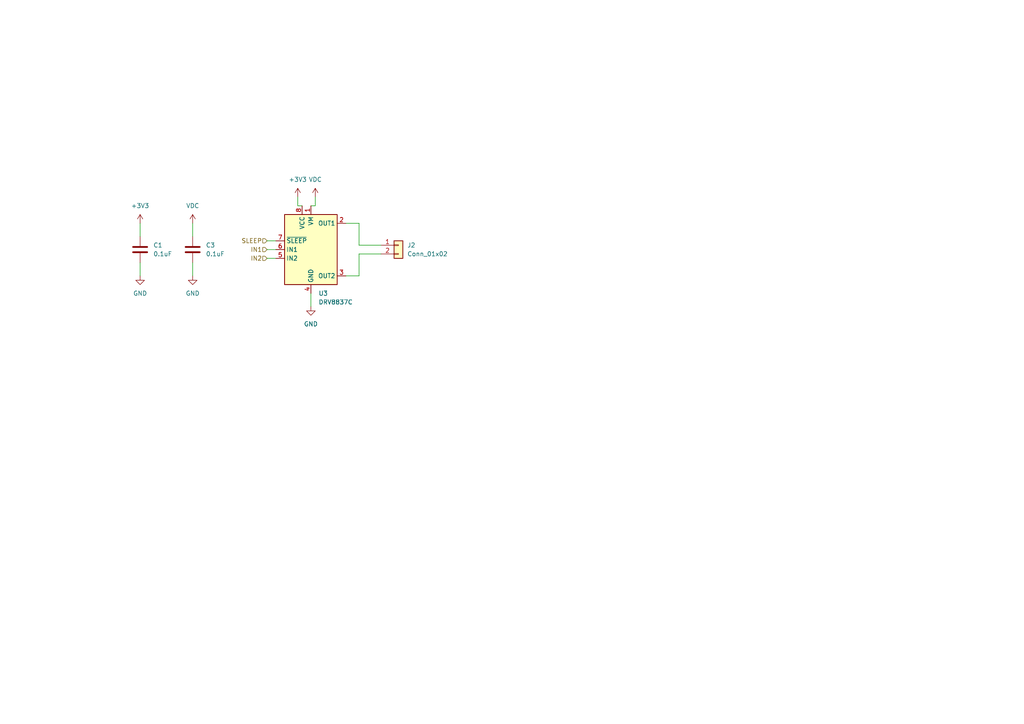
<source format=kicad_sch>
(kicad_sch (version 20230121) (generator eeschema)
  (paper "A4")
  (lib_symbols
    (symbol "Connector_Generic:Conn_01x02" (pin_names (offset 1.016) hide)
      (property "Reference" "J" (at 0 2.54 0))
      (property "Value" "Conn_01x02" (at 0 -5.08 0))
      (symbol "Conn_01x02_1_1"
        (rectangle (start -1.27 -2.413) (end 0 -2.667) (stroke (width 0.1524)))
        (rectangle (start -1.27 0.127) (end 0 -0.127) (stroke (width 0.1524)))
        (rectangle (start -1.27 1.27) (end 1.27 -3.81) (stroke (width 0.254)) (fill (type background)))
        (pin passive line (at -5.08 0 0) (length 3.81) (name "Pin_1") (number "1"))
        (pin passive line (at -5.08 -2.54 0) (length 3.81) (name "Pin_2") (number "2"))
      )
    )
    (symbol "Device:C" (pin_numbers hide) (pin_names (offset 0.254))
      (property "Reference" "C" (at 0.635 2.54 0))
      (property "Value" "C" (at 0.635 -2.54 0))
      (symbol "C_0_1"
        (polyline (pts (xy -2.032 -0.762) (xy 2.032 -0.762)) (stroke (width 0.508)))
        (polyline (pts (xy -2.032 0.762) (xy 2.032 0.762)) (stroke (width 0.508)))
      )
      (symbol "C_1_1"
        (pin passive line (at 0 3.81 270) (length 2.794) (name "~") (number "1"))
        (pin passive line (at 0 -3.81 90) (length 2.794) (name "~") (number "2"))
      )
    )
    (symbol "Driver_Motor:DRV8837C"
      (property "Reference" "U" (at 6.35 11.43 0))
      (property "Value" "DRV8837C" (at -10.16 11.43 0))
      (symbol "DRV8837C_0_1"
        (rectangle (start -7.62 10.16) (end 7.62 -10.16) (stroke (width 0.254)) (fill (type background)))
      )
      (symbol "DRV8837C_1_1"
        (pin power_in line (at 0 12.7 270) (length 2.54) (name "VM") (number "1"))
        (pin output line (at 10.16 7.62 180) (length 2.54) (name "OUT1") (number "2"))
        (pin output line (at 10.16 -7.62 180) (length 2.54) (name "OUT2") (number "3"))
        (pin power_in line (at 0 -12.7 90) (length 2.54) (name "GND") (number "4"))
        (pin input line (at -10.16 -2.54 0) (length 2.54) (name "IN2") (number "5"))
        (pin input line (at -10.16 0 0) (length 2.54) (name "IN1") (number "6"))
        (pin input line (at -10.16 2.54 0) (length 2.54) (name "~{SLEEP}") (number "7"))
        (pin power_in line (at -2.54 12.7 270) (length 2.54) (name "VCC") (number "8"))
        (pin passive line (at 0 -12.7 90) (length 2.54) hide (name "GND") (number "9"))
      )
    )
    (symbol "power:+3V3" (power) (pin_names (offset 0))
      (property "Value" "+3V3" (at 0 3.556 0))
      (symbol "+3V3_0_1"
        (polyline (pts (xy -0.762 1.27) (xy 0 2.54)))
        (polyline (pts (xy 0 0) (xy 0 2.54)))
        (polyline (pts (xy 0 2.54) (xy 0.762 1.27)))
      )
      (symbol "+3V3_1_1"
        (pin power_in line (at 0 0 90) (length 0) hide (name "+3V3") (number "1"))
      )
    )
    (symbol "power:GND" (power) (pin_names (offset 0))
      (property "Value" "GND" (at 0 -3.81 0))
      (symbol "GND_0_1"
        (polyline (pts (xy 0 0) (xy 0 -1.27) (xy 1.27 -1.27) (xy 0 -2.54) (xy -1.27 -1.27) (xy 0 -1.27)))
      )
      (symbol "GND_1_1"
        (pin power_in line (at 0 0 270) (length 0) hide (name "GND") (number "1"))
      )
    )
    (symbol "power:VDC" (power) (pin_names (offset 0))
      (property "Value" "VDC" (at 0 6.35 0))
      (symbol "VDC_0_1"
        (polyline (pts (xy -0.762 1.27) (xy 0 2.54)))
        (polyline (pts (xy 0 0) (xy 0 2.54)))
        (polyline (pts (xy 0 2.54) (xy 0.762 1.27)))
      )
      (symbol "VDC_1_1"
        (pin power_in line (at 0 0 90) (length 0) hide (name "VDC") (number "1"))
      )
    )
  )
  (wire (pts (xy 90.17 59.69) (xy 91.44 59.69)))
  (wire (pts (xy 55.88 76.2) (xy 55.88 80.01)))
  (wire (pts (xy 91.44 59.69) (xy 91.44 57.15)))
  (wire (pts (xy 110.49 73.66) (xy 104.14 73.66)))
  (wire (pts (xy 77.47 74.93) (xy 80.01 74.93)))
  (wire (pts (xy 77.47 72.39) (xy 80.01 72.39)))
  (wire (pts (xy 104.14 80.01) (xy 100.33 80.01)))
  (wire (pts (xy 77.47 69.85) (xy 80.01 69.85)))
  (wire (pts (xy 100.33 64.77) (xy 104.14 64.77)))
  (wire (pts (xy 104.14 73.66) (xy 104.14 80.01)))
  (wire (pts (xy 86.36 57.15) (xy 86.36 59.69)))
  (wire (pts (xy 40.64 64.77) (xy 40.64 68.58)))
  (wire (pts (xy 104.14 71.12) (xy 110.49 71.12)))
  (wire (pts (xy 55.88 64.77) (xy 55.88 68.58)))
  (wire (pts (xy 90.17 85.09) (xy 90.17 88.9)))
  (wire (pts (xy 40.64 76.2) (xy 40.64 80.01)))
  (wire (pts (xy 86.36 59.69) (xy 87.63 59.69)))
  (wire (pts (xy 104.14 64.77) (xy 104.14 71.12)))
  (hierarchical_label "IN2" (shape input) (at 77.47 74.93 180))
  (hierarchical_label "IN1" (shape input) (at 77.47 72.39 180))
  (hierarchical_label "SLEEP" (shape input) (at 77.47 69.85 180))
  (symbol (lib_id "Device:C") (at 40.64 72.39 0) (unit 1)
    (property "Reference" "C1" (at 44.45 71.12 0) (effects (justify left)))
    (property "Value" "0.1uF" (at 44.45 73.66 0) (effects (justify left)))
    (property "Footprint" "Capacitor_SMD:C_0402_1005Metric" (effects hide))
    (instances (project "MiniBot" (path "" (reference "C1") (unit 1)) (path "" (reference "C2") (unit 1))))
  )
  (symbol (lib_id "Driver_Motor:DRV8837C") (at 90.17 72.39 0) (unit 1)
    (property "Reference" "U3" (at 92.3641 85.09 0) (effects (justify left)))
    (property "Value" "DRV8837C" (at 92.3641 87.63 0) (effects (justify left)))
    (property "Footprint" "Package_SON:WSON-8-1EP_2x2mm_P0.5mm_EP0.9x1.6mm" (effects hide))
    (property "Datasheet" "http://www.ti.com/lit/ds/symlink/drv8837c.pdf" (effects hide))
    (instances (project "MiniBot" (path "" (reference "U3") (unit 1)) (path "" (reference "U4") (unit 1))))
  )
  (symbol (lib_id "power:GND") (at 40.64 80.01 0) (unit 1)
    (property "Reference" "#PWR07" (effects hide))
    (property "Value" "GND" (at 40.64 85.09 0))
    (instances (project "MiniBot" (path "" (reference "#PWR07") (unit 1)) (path "" (reference "#PWR08") (unit 1))))
  )
  (symbol (lib_id "power:VDC") (at 55.88 64.77 0) (unit 1)
    (property "Reference" "#PWR012" (effects hide))
    (property "Value" "VDC" (at 55.88 59.69 0))
    (instances (project "MiniBot" (path "" (reference "#PWR012") (unit 1)) (path "" (reference "#PWR014") (unit 1))))
  )
  (symbol (lib_id "power:+3V3") (at 40.64 64.77 0) (unit 1)
    (property "Reference" "#PWR039" (effects hide))
    (property "Value" "+3V3" (at 40.64 59.69 0))
    (instances (project "MiniBot" (path "" (reference "#PWR039") (unit 1)) (path "" (reference "#PWR040") (unit 1))))
  )
  (symbol (lib_id "power:+3V3") (at 86.36 57.15 0) (unit 1)
    (property "Reference" "#PWR03" (effects hide))
    (property "Value" "+3V3" (at 86.36 52.07 0))
    (instances (project "MiniBot" (path "" (reference "#PWR03") (unit 1)) (path "" (reference "#PWR04") (unit 1))))
  )
  (symbol (lib_id "power:VDC") (at 91.44 57.15 0) (unit 1)
    (property "Reference" "#PWR05" (effects hide))
    (property "Value" "VDC" (at 91.44 52.07 0))
    (instances (project "MiniBot" (path "" (reference "#PWR05") (unit 1)) (path "" (reference "#PWR06") (unit 1))))
  )
  (symbol (lib_id "Device:C") (at 55.88 72.39 0) (unit 1)
    (property "Reference" "C3" (at 59.69 71.12 0) (effects (justify left)))
    (property "Value" "0.1uF" (at 59.69 73.66 0) (effects (justify left)))
    (property "Footprint" "Capacitor_SMD:C_0402_1005Metric" (effects hide))
    (instances (project "MiniBot" (path "" (reference "C3") (unit 1)) (path "" (reference "C4") (unit 1))))
  )
  (symbol (lib_id "Connector_Generic:Conn_01x02") (at 115.57 71.12 0) (unit 1)
    (property "Reference" "J2" (at 118.11 71.12 0) (effects (justify left)))
    (property "Value" "Conn_01x02" (at 118.11 73.66 0) (effects (justify left)))
    (property "Footprint" "Connector_PinHeader_1.27mm:PinHeader_1x02_P1.27mm_Vertical" (effects hide))
    (instances (project "MiniBot" (path "" (reference "J2") (unit 1)) (path "" (reference "J3") (unit 1))))
  )
  (symbol (lib_id "power:GND") (at 55.88 80.01 0) (unit 1)
    (property "Reference" "#PWR09" (effects hide))
    (property "Value" "GND" (at 55.88 85.09 0))
    (instances (project "MiniBot" (path "" (reference "#PWR09") (unit 1)) (path "" (reference "#PWR010") (unit 1))))
  )
  (symbol (lib_id "power:GND") (at 90.17 88.9 0) (unit 1)
    (property "Reference" "#PWR01" (effects hide))
    (property "Value" "GND" (at 90.17 93.98 0))
    (instances (project "MiniBot" (path "" (reference "#PWR01") (unit 1)) (path "" (reference "#PWR02") (unit 1))))
  )
)
</source>
